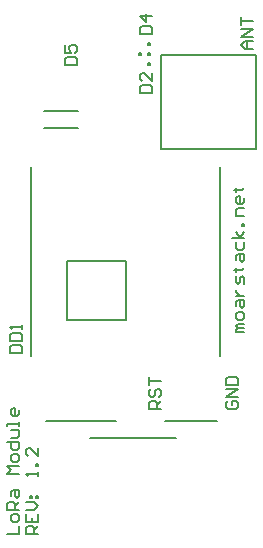
<source format=gto>
G04 Layer_Color=65535*
%FSLAX44Y44*%
%MOMM*%
G71*
G01*
G75*
%ADD20C,0.2000*%
%ADD21C,0.1600*%
D20*
X280000Y1015000D02*
Y1155000D01*
X440000Y1015000D02*
Y1155000D01*
X280000D02*
Y1165000D01*
Y1005000D02*
Y1015000D01*
X440000Y1005000D02*
Y1015000D01*
Y1155000D02*
Y1165000D01*
X310000Y1035000D02*
Y1085000D01*
X360000D01*
Y1035000D02*
Y1085000D01*
X310000Y1035000D02*
X360000D01*
X470000Y1180000D02*
Y1260000D01*
X460000Y1180000D02*
X470000D01*
X390000D02*
Y1260000D01*
Y1180000D02*
X460000D01*
X390000Y1260000D02*
X470000D01*
X292800Y950000D02*
X351800D01*
X290500Y1212500D02*
X319500D01*
X393200Y950000D02*
X437200D01*
X329700Y935000D02*
X402700D01*
X290500Y1197500D02*
X319500D01*
D21*
X259715Y854100D02*
X269871D01*
Y860871D01*
Y865950D02*
Y869335D01*
X268179Y871028D01*
X264793D01*
X263100Y869335D01*
Y865950D01*
X264793Y864257D01*
X268179D01*
X269871Y865950D01*
Y874414D02*
X259715D01*
Y879492D01*
X261407Y881185D01*
X264793D01*
X266486Y879492D01*
Y874414D01*
Y877799D02*
X269871Y881185D01*
X263100Y886263D02*
Y889649D01*
X264793Y891341D01*
X269871D01*
Y886263D01*
X268179Y884570D01*
X266486Y886263D01*
Y891341D01*
X269871Y904884D02*
X259715D01*
X263100Y908269D01*
X259715Y911655D01*
X269871D01*
Y916733D02*
Y920119D01*
X268179Y921812D01*
X264793D01*
X263100Y920119D01*
Y916733D01*
X264793Y915041D01*
X268179D01*
X269871Y916733D01*
X259715Y931968D02*
X269871D01*
Y926890D01*
X268179Y925197D01*
X264793D01*
X263100Y926890D01*
Y931968D01*
Y935354D02*
X268179D01*
X269871Y937047D01*
Y942125D01*
X263100D01*
X269871Y945511D02*
Y948896D01*
Y947204D01*
X259715D01*
Y945511D01*
X269871Y959053D02*
Y955667D01*
X268179Y953975D01*
X264793D01*
X263100Y955667D01*
Y959053D01*
X264793Y960746D01*
X266486D01*
Y953975D01*
X285900Y854100D02*
X275743D01*
Y859178D01*
X277436Y860871D01*
X280821D01*
X282514Y859178D01*
Y854100D01*
Y857486D02*
X285900Y860871D01*
X275743Y871028D02*
Y864257D01*
X285900D01*
Y871028D01*
X280821Y864257D02*
Y867643D01*
X275743Y874414D02*
X282514D01*
X285900Y877799D01*
X282514Y881185D01*
X275743D01*
X279129Y884570D02*
Y886263D01*
X280821D01*
Y884570D01*
X279129D01*
X284207D02*
Y886263D01*
X285900D01*
Y884570D01*
X284207D01*
X285900Y903191D02*
Y906577D01*
Y904884D01*
X275743D01*
X277436Y903191D01*
X285900Y911655D02*
X284207D01*
Y913348D01*
X285900D01*
Y911655D01*
Y926890D02*
Y920119D01*
X279129Y926890D01*
X277436D01*
X275743Y925197D01*
Y921812D01*
X277436Y920119D01*
X373335Y1260064D02*
X371642D01*
Y1261757D01*
X373335D01*
Y1260064D01*
X380900Y1251600D02*
X379207D01*
Y1253293D01*
X380900D01*
Y1251600D01*
Y1260064D02*
X379207D01*
Y1261757D01*
X380900D01*
Y1260064D01*
Y1268528D02*
X379207D01*
Y1270221D01*
X380900D01*
Y1268528D01*
X262343Y1007500D02*
X272500D01*
Y1012578D01*
X270807Y1014271D01*
X264036D01*
X262343Y1012578D01*
Y1007500D01*
Y1017657D02*
X272500D01*
Y1022735D01*
X270807Y1024428D01*
X264036D01*
X262343Y1022735D01*
Y1017657D01*
X272500Y1027813D02*
Y1031199D01*
Y1029506D01*
X262343D01*
X264036Y1027813D01*
X467500Y1265000D02*
X460729D01*
X457343Y1268386D01*
X460729Y1271771D01*
X467500D01*
X462422D01*
Y1265000D01*
X467500Y1275157D02*
X457343D01*
X467500Y1281928D01*
X457343D01*
Y1285314D02*
Y1292085D01*
Y1288699D01*
X467500D01*
X390000Y960000D02*
X379843D01*
Y965078D01*
X381536Y966771D01*
X384922D01*
X386614Y965078D01*
Y960000D01*
Y963386D02*
X390000Y966771D01*
X381536Y976928D02*
X379843Y975235D01*
Y971850D01*
X381536Y970157D01*
X383229D01*
X384922Y971850D01*
Y975235D01*
X386614Y976928D01*
X388307D01*
X390000Y975235D01*
Y971850D01*
X388307Y970157D01*
X379843Y980313D02*
Y987085D01*
Y983699D01*
X390000D01*
X446536Y966771D02*
X444843Y965078D01*
Y961693D01*
X446536Y960000D01*
X453307D01*
X455000Y961693D01*
Y965078D01*
X453307Y966771D01*
X449922D01*
Y963386D01*
X455000Y970157D02*
X444843D01*
X455000Y976928D01*
X444843D01*
Y980313D02*
X455000D01*
Y985392D01*
X453307Y987085D01*
X446536D01*
X444843Y985392D01*
Y980313D01*
X308482Y1251338D02*
X318638D01*
Y1256416D01*
X316945Y1258109D01*
X310174D01*
X308482Y1256416D01*
Y1251338D01*
Y1268266D02*
Y1261495D01*
X313560D01*
X311867Y1264881D01*
Y1266573D01*
X313560Y1268266D01*
X316945D01*
X318638Y1266573D01*
Y1263188D01*
X316945Y1261495D01*
X372343Y1227500D02*
X382500D01*
Y1232578D01*
X380807Y1234271D01*
X374036D01*
X372343Y1232578D01*
Y1227500D01*
X382500Y1244428D02*
Y1237657D01*
X375729Y1244428D01*
X374036D01*
X372343Y1242735D01*
Y1239350D01*
X374036Y1237657D01*
X372343Y1277500D02*
X382500D01*
Y1282578D01*
X380807Y1284271D01*
X374036D01*
X372343Y1282578D01*
Y1277500D01*
X382500Y1292735D02*
X372343D01*
X377422Y1287657D01*
Y1294428D01*
X460000Y1025000D02*
X453229D01*
Y1026693D01*
X454922Y1028386D01*
X460000D01*
X454922D01*
X453229Y1030078D01*
X454922Y1031771D01*
X460000D01*
Y1036850D02*
Y1040235D01*
X458307Y1041928D01*
X454922D01*
X453229Y1040235D01*
Y1036850D01*
X454922Y1035157D01*
X458307D01*
X460000Y1036850D01*
X453229Y1047006D02*
Y1050392D01*
X454922Y1052085D01*
X460000D01*
Y1047006D01*
X458307Y1045313D01*
X456614Y1047006D01*
Y1052085D01*
X453229Y1055470D02*
X460000D01*
X456614D01*
X454922Y1057163D01*
X453229Y1058856D01*
Y1060548D01*
X460000Y1065627D02*
Y1070705D01*
X458307Y1072398D01*
X456614Y1070705D01*
Y1067320D01*
X454922Y1065627D01*
X453229Y1067320D01*
Y1072398D01*
X451536Y1077476D02*
X453229D01*
Y1075784D01*
Y1079169D01*
Y1077476D01*
X458307D01*
X460000Y1079169D01*
X453229Y1085940D02*
Y1089326D01*
X454922Y1091019D01*
X460000D01*
Y1085940D01*
X458307Y1084248D01*
X456614Y1085940D01*
Y1091019D01*
X453229Y1101175D02*
Y1096097D01*
X454922Y1094404D01*
X458307D01*
X460000Y1096097D01*
Y1101175D01*
Y1104561D02*
X449843D01*
X456614D02*
X453229Y1109639D01*
X456614Y1104561D02*
X460000Y1109639D01*
Y1114718D02*
X458307D01*
Y1116411D01*
X460000D01*
Y1114718D01*
Y1123182D02*
X453229D01*
Y1128260D01*
X454922Y1129953D01*
X460000D01*
Y1138417D02*
Y1135031D01*
X458307Y1133338D01*
X454922D01*
X453229Y1135031D01*
Y1138417D01*
X454922Y1140109D01*
X456614D01*
Y1133338D01*
X451536Y1145188D02*
X453229D01*
Y1143495D01*
Y1146881D01*
Y1145188D01*
X458307D01*
X460000Y1146881D01*
M02*

</source>
